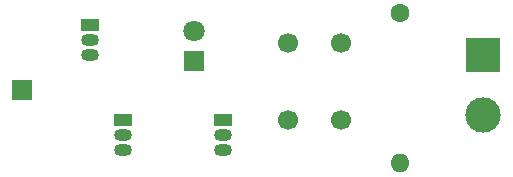
<source format=gbr>
G04 #@! TF.GenerationSoftware,KiCad,Pcbnew,(5.1.5)-3*
G04 #@! TF.CreationDate,2020-11-04T23:27:45+03:00*
G04 #@! TF.ProjectId,non contact ac tester,6e6f6e20-636f-46e7-9461-637420616320,rev?*
G04 #@! TF.SameCoordinates,Original*
G04 #@! TF.FileFunction,Copper,L1,Top*
G04 #@! TF.FilePolarity,Positive*
%FSLAX46Y46*%
G04 Gerber Fmt 4.6, Leading zero omitted, Abs format (unit mm)*
G04 Created by KiCad (PCBNEW (5.1.5)-3) date 2020-11-04 23:27:45*
%MOMM*%
%LPD*%
G04 APERTURE LIST*
%ADD10C,1.700000*%
%ADD11R,1.800000X1.800000*%
%ADD12C,1.800000*%
%ADD13R,1.700000X1.700000*%
%ADD14R,3.000000X3.000000*%
%ADD15C,3.000000*%
%ADD16O,1.500000X1.050000*%
%ADD17R,1.500000X1.050000*%
%ADD18C,1.600000*%
%ADD19O,1.600000X1.600000*%
G04 APERTURE END LIST*
D10*
X84000000Y-79000000D03*
X84000000Y-72500000D03*
X88500000Y-79000000D03*
X88500000Y-72500000D03*
D11*
X76000000Y-74000000D03*
D12*
X76000000Y-71460000D03*
D13*
X61500000Y-76500000D03*
D14*
X100500000Y-73500000D03*
D15*
X100500000Y-78580000D03*
D16*
X67250000Y-72270000D03*
X67250000Y-73540000D03*
D17*
X67250000Y-71000000D03*
X70000000Y-79000000D03*
D16*
X70000000Y-81540000D03*
X70000000Y-80270000D03*
X78500000Y-80270000D03*
X78500000Y-81540000D03*
D17*
X78500000Y-79000000D03*
D18*
X93500000Y-70000000D03*
D19*
X93500000Y-82700000D03*
M02*

</source>
